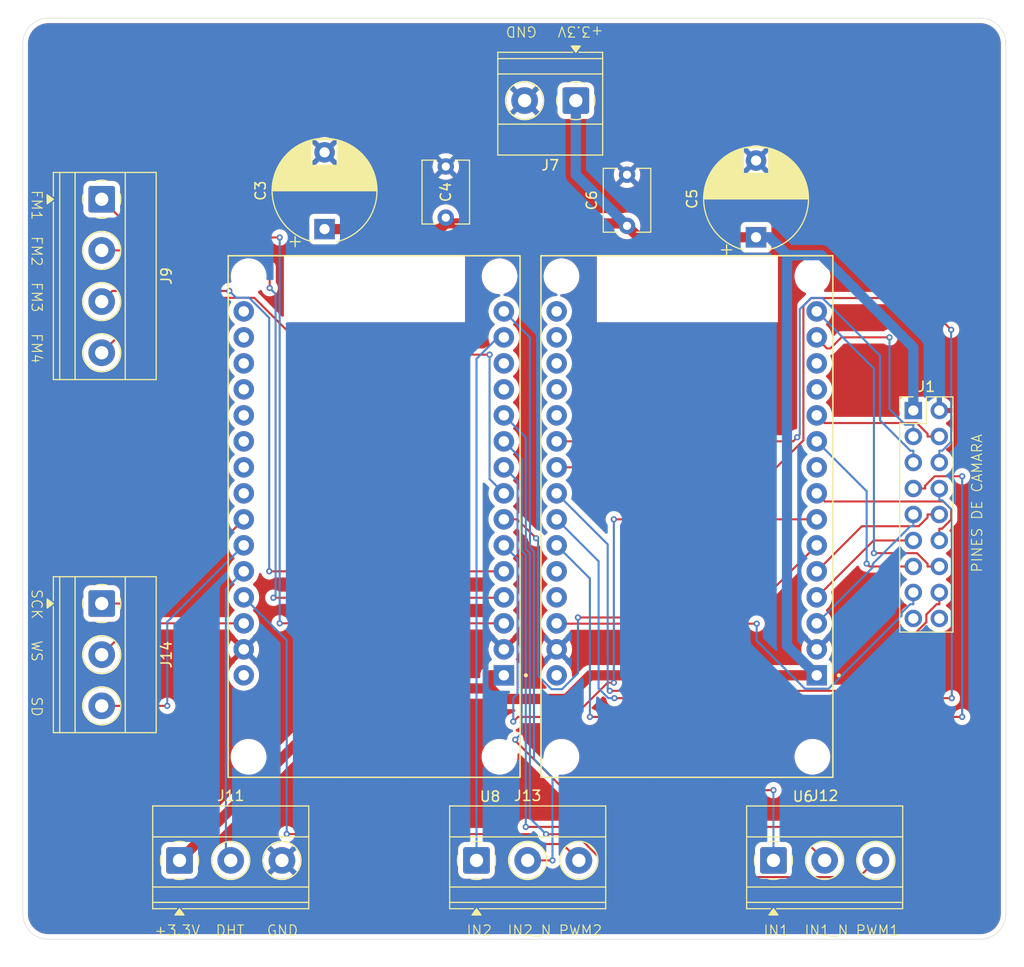
<source format=kicad_pcb>
(kicad_pcb (version 20241229) (generator "pcbnew") (generator_version "9.0")
  (layers (0 "F.Cu" signal) (2 "B.Cu" signal) (13 "F.Paste" user) (15 "B.Paste" user) (5 "F.SilkS" user "F.Silkscreen") (7 "B.SilkS" user "B.Silkscreen") (1 "F.Mask" user) (3 "B.Mask" user) (25 "Edge.Cuts" user))
  (net 0 "")
  (net 1 "GND")
  (net 2 "+3.3V")
  (net 3 "D1")
  (net 4 "PWDN")
  (net 5 "D2")
  (net 6 "D4")
  (net 7 "D5")
  (net 8 "D7")
  (net 9 "PCLK")
  (net 10 "SOIC")
  (net 11 "D6")
  (net 12 "HREF")
  (net 13 "SOID")
  (net 14 "XCLK")
  (net 15 "D3")
  (net 16 "D0")
  (net 17 "VSYNC")
  (net 18 "RESET")
  (net 19 "FM4")
  (net 20 "FM2")
  (net 21 "FM1")
  (net 22 "FM3")
  (net 23 "DHT")
  (net 24 "PWM1")
  (net 25 "IN1_N")
  (net 26 "IN1")
  (net 27 "IN2_N")
  (net 28 "PWM2")
  (net 29 "IN2")
  (net 30 "WS")
  (net 31 "SD")
  (net 32 "SCK")
  (net 43 "RX")
  (net 45 "TX")
  (footprint "SamacSys_Parts:MODULE_ESP32_DEVKIT_V1" (layer "F.Cu") (at 163.9173 99.5341 180)
    (property "Reference" "U6" (at -11.355 -27.36 0) (layer "F.SilkS"))
    (property "Value" "ESP32-DEVKIT-V1")
    (pad "" np_thru_hole circle (at -12.28 -23.475 180) (size 3 3) (drill 3) (layers "*.Cu" "*.Mask"))
    (pad "" np_thru_hole circle (at -12.28 23.475 180) (size 3 3) (drill 3) (layers "*.Cu" "*.Mask"))
    (pad "" np_thru_hole circle (at 12.23 -23.475 180) (size 3 3) (drill 3) (layers "*.Cu" "*.Mask"))
    (pad "" np_thru_hole circle (at 12.23 23.475 180) (size 3 3) (drill 3) (layers "*.Cu" "*.Mask"))
    (pad "1" thru_hole rect (at -12.7 -15.515 180) (size 2 2) (drill 1.02) (layers "*.Cu" "*.Mask") (net 2 "+3.3V"))
    (pad "2" thru_hole circle (at -12.7 -12.975 180) (size 2 2) (drill 1.02) (layers "*.Cu" "*.Mask") (net 1 "GND"))
    (pad "3" thru_hole circle (at -12.7 -10.435 180) (size 2 2) (drill 1.02) (layers "*.Cu" "*.Mask") (net 8 "D7"))
    (pad "4" thru_hole circle (at -12.7 -7.895 180) (size 2 2) (drill 1.02) (layers "*.Cu" "*.Mask") (net 7 "D5"))
    (pad "5" thru_hole circle (at -12.7 -5.355 180) (size 2 2) (drill 1.02) (layers "*.Cu" "*.Mask") (net 11 "D6"))
    (pad "6" thru_hole circle (at -12.7 -2.815 180) (size 2 2) (drill 1.02) (layers "*.Cu" "*.Mask") (net 43 "RX"))
    (pad "7" thru_hole circle (at -12.7 -0.275 180) (size 2 2) (drill 1.02) (layers "*.Cu" "*.Mask") (net 45 "TX"))
    (pad "8" thru_hole circle (at -12.7 2.265 180) (size 2 2) (drill 1.02) (layers "*.Cu" "*.Mask") (net 6 "D4"))
    (pad "9" thru_hole circle (at -12.7 4.805 180) (size 2 2) (drill 1.02) (layers "*.Cu" "*.Mask"))
    (pad "10" thru_hole circle (at -12.7 7.345 180) (size 2 2) (drill 1.02) (layers "*.Cu" "*.Mask") (net 15 "D3"))
    (pad "11" thru_hole circle (at -12.7 9.885 180) (size 2 2) (drill 1.02) (layers "*.Cu" "*.Mask") (net 13 "SOID"))
    (pad "12" thru_hole circle (at -12.7 12.425 180) (size 2 2) (drill 1.02) (layers "*.Cu" "*.Mask"))
    (pad "13" thru_hole circle (at -12.7 14.965 180) (size 2 2) (drill 1.02) (layers "*.Cu" "*.Mask"))
    (pad "14" thru_hole circle (at -12.7 17.505 180) (size 2 2) (drill 1.02) (layers "*.Cu" "*.Mask") (net 10 "SOIC"))
    (pad "15" thru_hole circle (at -12.7 20.045 180) (size 2 2) (drill 1.02) (layers "*.Cu" "*.Mask") (net 5 "D2"))
    (pad "16" thru_hole circle (at 12.7 20.045 180) (size 2 2) (drill 1.02) (layers "*.Cu" "*.Mask"))
    (pad "17" thru_hole circle (at 12.7 17.505 180) (size 2 2) (drill 1.02) (layers "*.Cu" "*.Mask"))
    (pad "18" thru_hole circle (at 12.7 14.965 180) (size 2 2) (drill 1.02) (layers "*.Cu" "*.Mask"))
    (pad "19" thru_hole circle (at 12.7 12.425 180) (size 2 2) (drill 1.02) (layers "*.Cu" "*.Mask"))
    (pad "20" thru_hole circle (at 12.7 9.885 180) (size 2 2) (drill 1.02) (layers "*.Cu" "*.Mask"))
    (pad "21" thru_hole circle (at 12.7 7.345 180) (size 2 2) (drill 1.02) (layers "*.Cu" "*.Mask") (net 17 "VSYNC"))
    (pad "22" thru_hole circle (at 12.7 4.805 180) (size 2 2) (drill 1.02) (layers "*.Cu" "*.Mask") (net 12 "HREF"))
    (pad "23" thru_hole circle (at 12.7 2.265 180) (size 2 2) (drill 1.02) (layers "*.Cu" "*.Mask") (net 16 "D0"))
    (pad "24" thru_hole circle (at 12.7 -0.275 180) (size 2 2) (drill 1.02) (layers "*.Cu" "*.Mask") (net 14 "XCLK"))
    (pad "25" thru_hole circle (at 12.7 -2.815 180) (size 2 2) (drill 1.02) (layers "*.Cu" "*.Mask") (net 9 "PCLK"))
    (pad "26" thru_hole circle (at 12.7 -5.355 180) (size 2 2) (drill 1.02) (layers "*.Cu" "*.Mask"))
    (pad "27" thru_hole circle (at 12.7 -7.895 180) (size 2 2) (drill 1.02) (layers "*.Cu" "*.Mask"))
    (pad "28" thru_hole circle (at 12.7 -10.435 180) (size 2 2) (drill 1.02) (layers "*.Cu" "*.Mask") (net 3 "D1"))
    (pad "29" thru_hole circle (at 12.7 -12.975 180) (size 2 2) (drill 1.02) (layers "*.Cu" "*.Mask") (net 1 "GND"))
    (pad "30" thru_hole circle (at 12.7 -15.515 180) (size 2 2) (drill 1.02) (layers "*.Cu" "*.Mask"))
    (zone (net 0) (net_name "") (layer "F.Cu") (connect_pads (clearance 0)) (min_thickness 0.01)
      (keepout (tracks not_allowed) (vias not_allowed) (pads not_allowed) (copperpour not_allowed) (footprints allowed))
      (fill (thermal_gap 0.508) (thermal_bridge_width 0.508))
      (polygon (pts (xy 172.8273 80.5491) (xy 155.1373 80.5491) (xy 155.1373 74.0591) (xy 172.8273 74.0591)))
    )
    (zone (net 0) (net_name "") (layer "B.Cu") (connect_pads (clearance 0)) (min_thickness 0.01)
      (keepout (tracks not_allowed) (vias not_allowed) (pads not_allowed) (copperpour not_allowed) (footprints allowed))
      (fill (thermal_gap 0.508) (thermal_bridge_width 0.508))
      (polygon (pts (xy 172.8273 80.5491) (xy 155.1373 80.5491) (xy 155.1373 74.0591) (xy 172.8273 74.0591)))
    )
  )
  (footprint "TerminalBlock_Phoenix:TerminalBlock_Phoenix_MKDS-1,5-4_1x04_P5.00mm_Horizontal" (layer "F.Cu") (at 106.7898 68.5341 -90)
    (property "Reference" "J9" (at 7.5 -6.32 90) (layer "F.SilkS"))
    (property "Value" "Screw_Terminal_01x04")
    (pad "1" thru_hole roundrect (at 0 0 270) (size 2.6 2.6) (drill 1.3) (layers "*.Cu" "*.Mask") (roundrect_rratio 0.096154) (net 21 "FM1"))
    (pad "2" thru_hole circle (at 5 0 270) (size 2.6 2.6) (drill 1.3) (layers "*.Cu" "*.Mask") (net 20 "FM2"))
    (pad "3" thru_hole circle (at 10 0 270) (size 2.6 2.6) (drill 1.3) (layers "*.Cu" "*.Mask") (net 22 "FM3"))
    (pad "4" thru_hole circle (at 15 0 270) (size 2.6 2.6) (drill 1.3) (layers "*.Cu" "*.Mask") (net 19 "FM4"))
  )
  (footprint "TerminalBlock_Phoenix:TerminalBlock_Phoenix_MKDS-1,5-3_1x03_P5.00mm_Horizontal" (layer "F.Cu") (at 143.3898 133.1341)
    (property "Reference" "J13" (at 5 -6.32 0) (layer "F.SilkS"))
    (property "Value" "Screw_Terminal_01x03")
    (pad "1" thru_hole roundrect (at 0 0) (size 2.6 2.6) (drill 1.3) (layers "*.Cu" "*.Mask") (roundrect_rratio 0.096154) (net 29 "IN2"))
    (pad "2" thru_hole circle (at 5 0) (size 2.6 2.6) (drill 1.3) (layers "*.Cu" "*.Mask") (net 27 "IN2_N"))
    (pad "3" thru_hole circle (at 10 0) (size 2.6 2.6) (drill 1.3) (layers "*.Cu" "*.Mask") (net 28 "PWM2"))
  )
  (footprint "Capacitor_THT:CP_Radial_D10.0mm_P7.50mm" (layer "F.Cu") (at 128.5523 71.4517 90)
    (property "Reference" "C3" (at 3.75 -6.25 90) (layer "F.SilkS"))
    (property "Value" "10u")
    (pad "1" thru_hole rect (at 0 0 90) (size 2 2) (drill 1) (layers "*.Cu" "*.Mask") (net 2 "+3.3V"))
    (pad "2" thru_hole circle (at 7.5 0 90) (size 2 2) (drill 1) (layers "*.Cu" "*.Mask") (net 1 "GND"))
  )
  (footprint "TerminalBlock_Phoenix:TerminalBlock_Phoenix_MKDS-1,5-2_1x02_P5.00mm_Horizontal" (layer "F.Cu") (at 153.0898 58.8938 180)
    (property "Reference" "J7" (at 2.5 -6.32 0) (layer "F.SilkS"))
    (property "Value" "Screw_Terminal_01x02")
    (pad "1" thru_hole roundrect (at 0 0 180) (size 2.6 2.6) (drill 1.3) (layers "*.Cu" "*.Mask") (roundrect_rratio 0.096154) (net 2 "+3.3V"))
    (pad "2" thru_hole circle (at 5 0 180) (size 2.6 2.6) (drill 1.3) (layers "*.Cu" "*.Mask") (net 1 "GND"))
  )
  (footprint "Capacitor_THT:C_Disc_D6.0mm_W4.4mm_P5.00mm" (layer "F.Cu") (at 140.3898 70.3341 90)
    (property "Reference" "C4" (at 2.5 0 90) (layer "F.SilkS"))
    (property "Value" "18n")
    (pad "1" thru_hole circle (at 0 0 90) (size 1.6 1.6) (drill 0.8) (layers "*.Cu" "*.Mask") (net 2 "+3.3V"))
    (pad "2" thru_hole circle (at 5 0 90) (size 1.6 1.6) (drill 0.8) (layers "*.Cu" "*.Mask") (net 1 "GND"))
  )
  (footprint "TerminalBlock_Phoenix:TerminalBlock_Phoenix_MKDS-1,5-3_1x03_P5.00mm_Horizontal" (layer "F.Cu") (at 106.7898 108.0341 -90)
    (property "Reference" "J14" (at 5 -6.32 90) (layer "F.SilkS"))
    (property "Value" "Screw_Terminal_01x03")
    (pad "1" thru_hole roundrect (at 0 0 270) (size 2.6 2.6) (drill 1.3) (layers "*.Cu" "*.Mask") (roundrect_rratio 0.096154) (net 32 "SCK"))
    (pad "2" thru_hole circle (at 5 0 270) (size 2.6 2.6) (drill 1.3) (layers "*.Cu" "*.Mask") (net 30 "WS"))
    (pad "3" thru_hole circle (at 10 0 270) (size 2.6 2.6) (drill 1.3) (layers "*.Cu" "*.Mask") (net 31 "SD"))
  )
  (footprint "Connector_PinHeader_2.54mm:PinHeader_2x09_P2.54mm_Vertical" (layer "F.Cu") (at 186.0498 89.1741)
    (property "Reference" "J1" (at 1.27 -2.33 0) (layer "F.SilkS"))
    (property "Value" "Conn_02x09_Odd_Even")
    (pad "1" thru_hole rect (at 0 0) (size 1.7 1.7) (drill 1) (layers "*.Cu" "*.Mask") (net 2 "+3.3V"))
    (pad "2" thru_hole oval (at 2.54 0) (size 1.7 1.7) (drill 1) (layers "*.Cu" "*.Mask") (net 1 "GND"))
    (pad "3" thru_hole oval (at 0 2.54) (size 1.7 1.7) (drill 1) (layers "*.Cu" "*.Mask") (net 10 "SOIC"))
    (pad "4" thru_hole oval (at 2.54 2.54) (size 1.7 1.7) (drill 1) (layers "*.Cu" "*.Mask") (net 13 "SOID"))
    (pad "5" thru_hole oval (at 0 5.08) (size 1.7 1.7) (drill 1) (layers "*.Cu" "*.Mask") (net 17 "VSYNC"))
    (pad "6" thru_hole oval (at 2.54 5.08) (size 1.7 1.7) (drill 1) (layers "*.Cu" "*.Mask") (net 12 "HREF"))
    (pad "7" thru_hole oval (at 0 7.62) (size 1.7 1.7) (drill 1) (layers "*.Cu" "*.Mask") (net 9 "PCLK"))
    (pad "8" thru_hole oval (at 2.54 7.62) (size 1.7 1.7) (drill 1) (layers "*.Cu" "*.Mask") (net 14 "XCLK"))
    (pad "9" thru_hole oval (at 0 10.16) (size 1.7 1.7) (drill 1) (layers "*.Cu" "*.Mask") (net 8 "D7"))
    (pad "10" thru_hole oval (at 2.54 10.16) (size 1.7 1.7) (drill 1) (layers "*.Cu" "*.Mask") (net 11 "D6"))
    (pad "11" thru_hole oval (at 0 12.7) (size 1.7 1.7) (drill 1) (layers "*.Cu" "*.Mask") (net 7 "D5"))
    (pad "12" thru_hole oval (at 2.54 12.7) (size 1.7 1.7) (drill 1) (layers "*.Cu" "*.Mask") (net 6 "D4"))
    (pad "13" thru_hole oval (at 0 15.24) (size 1.7 1.7) (drill 1) (layers "*.Cu" "*.Mask") (net 15 "D3"))
    (pad "14" thru_hole oval (at 2.54 15.24) (size 1.7 1.7) (drill 1) (layers "*.Cu" "*.Mask") (net 5 "D2"))
    (pad "15" thru_hole oval (at 0 17.78) (size 1.7 1.7) (drill 1) (layers "*.Cu" "*.Mask") (net 3 "D1"))
    (pad "16" thru_hole oval (at 2.54 17.78) (size 1.7 1.7) (drill 1) (layers "*.Cu" "*.Mask") (net 16 "D0"))
    (pad "17" thru_hole oval (at 0 20.32) (size 1.7 1.7) (drill 1) (layers "*.Cu" "*.Mask") (net 18 "RESET"))
    (pad "18" thru_hole oval (at 2.54 20.32) (size 1.7 1.7) (drill 1) (layers "*.Cu" "*.Mask") (net 4 "PWDN"))
  )
  (footprint "SamacSys_Parts:MODULE_ESP32_DEVKIT_V1" (layer "F.Cu") (at 133.3623 99.5341 180)
    (property "Reference" "U8" (at -11.355 -27.36 0) (layer "F.SilkS"))
    (property "Value" "ESP32-DEVKIT-V1")
    (pad "" np_thru_hole circle (at -12.28 -23.475 180) (size 3 3) (drill 3) (layers "*.Cu" "*.Mask"))
    (pad "" np_thru_hole circle (at -12.28 23.475 180) (size 3 3) (drill 3) (layers "*.Cu" "*.Mask"))
    (pad "" np_thru_hole circle (at 12.23 -23.475 180) (size 3 3) (drill 3) (layers "*.Cu" "*.Mask"))
    (pad "" np_thru_hole circle (at 12.23 23.475 180) (size 3 3) (drill 3) (layers "*.Cu" "*.Mask"))
    (pad "1" thru_hole rect (at -12.7 -15.515 180) (size 2 2) (drill 1.02) (layers "*.Cu" "*.Mask") (net 2 "+3.3V"))
    (pad "2" thru_hole circle (at -12.7 -12.975 180) (size 2 2) (drill 1.02) (layers "*.Cu" "*.Mask") (net 1 "GND"))
    (pad "3" thru_hole circle (at -12.7 -10.435 180) (size 2 2) (drill 1.02) (layers "*.Cu" "*.Mask") (net 21 "FM1"))
    (pad "4" thru_hole circle (at -12.7 -7.895 180) (size 2 2) (drill 1.02) (layers "*.Cu" "*.Mask") (net 20 "FM2"))
    (pad "5" thru_hole circle (at -12.7 -5.355 180) (size 2 2) (drill 1.02) (layers "*.Cu" "*.Mask") (net 22 "FM3"))
    (pad "6" thru_hole circle (at -12.7 -2.815 180) (size 2 2) (drill 1.02) (layers "*.Cu" "*.Mask") (net 45 "TX"))
    (pad "7" thru_hole circle (at -12.7 -0.275 180) (size 2 2) (drill 1.02) (layers "*.Cu" "*.Mask") (net 43 "RX"))
    (pad "8" thru_hole circle (at -12.7 2.265 180) (size 2 2) (drill 1.02) (layers "*.Cu" "*.Mask") (net 19 "FM4"))
    (pad "9" thru_hole circle (at -12.7 4.805 180) (size 2 2) (drill 1.02) (layers "*.Cu" "*.Mask") (net 26 "IN1"))
    (pad "10" thru_hole circle (at -12.7 7.345 180) (size 2 2) (drill 1.02) (layers "*.Cu" "*.Mask") (net 25 "IN1_N"))
    (pad "11" thru_hole circle (at -12.7 9.885 180) (size 2 2) (drill 1.02) (layers "*.Cu" "*.Mask") (net 24 "PWM1"))
    (pad "12" thru_hole circle (at -12.7 12.425 180) (size 2 2) (drill 1.02) (layers "*.Cu" "*.Mask"))
    (pad "13" thru_hole circle (at -12.7 14.965 180) (size 2 2) (drill 1.02) (layers "*.Cu" "*.Mask"))
    (pad "14" thru_hole circle (at -12.7 17.505 180) (size 2 2) (drill 1.02) (layers "*.Cu" "*.Mask") (net 29 "IN2"))
    (pad "15" thru_hole circle (at -12.7 20.045 180) (size 2 2) (drill 1.02) (layers "*.Cu" "*.Mask") (net 27 "IN2_N"))
    (pad "16" thru_hole circle (at 12.7 20.045 180) (size 2 2) (drill 1.02) (layers "*.Cu" "*.Mask"))
    (pad "17" thru_hole circle (at 12.7 17.505 180) (size 2 2) (drill 1.02) (layers "*.Cu" "*.Mask"))
    (pad "18" thru_hole circle (at 12.7 14.965 180) (size 2 2) (drill 1.02) (layers "*.Cu" "*.Mask"))
    (pad "19" thru_hole circle (at 12.7 12.425 180) (size 2 2) (drill 1.02) (layers "*.Cu" "*.Mask"))
    (pad "20" thru_hole circle (at 12.7 9.885 180) (size 2 2) (drill 1.02) (layers "*.Cu" "*.Mask"))
    (pad "21" thru_hole circle (at 12.7 7.345 180) (size 2 2) (drill 1.02) (layers "*.Cu" "*.Mask"))
    (pad "22" thru_hole circle (at 12.7 4.805 180) (size 2 2) (drill 1.02) (layers "*.Cu" "*.Mask"))
    (pad "23" thru_hole circle (at 12.7 2.265 180) (size 2 2) (drill 1.02) (layers "*.Cu" "*.Mask"))
    (pad "24" thru_hole circle (at 12.7 -0.275 180) (size 2 2) (drill 1.02) (layers "*.Cu" "*.Mask") (net 32 "SCK"))
    (pad "25" thru_hole circle (at 12.7 -2.815 180) (size 2 2) (drill 1.02) (layers "*.Cu" "*.Mask") (net 31 "SD"))
    (pad "26" thru_hole circle (at 12.7 -5.355 180) (size 2 2) (drill 1.02) (layers "*.Cu" "*.Mask") (net 23 "DHT"))
    (pad "27" thru_hole circle (at 12.7 -7.895 180) (size 2 2) (drill 1.02) (layers "*.Cu" "*.Mask") (net 28 "PWM2"))
    (pad "28" thru_hole circle (at 12.7 -10.435 180) (size 2 2) (drill 1.02) (layers "*.Cu" "*.Mask") (net 30 "WS"))
    (pad "29" thru_hole circle (at 12.7 -12.975 180) (size 2 2) (drill 1.02) (layers "*.Cu" "*.Mask") (net 1 "GND"))
    (pad "30" thru_hole circle (at 12.7 -15.515 180) (size 2 2) (drill 1.02) (layers "*.Cu" "*.Mask"))
    (zone (net 0) (net_name "") (layer "F.Cu") (connect_pads (clearance 0)) (min_thickness 0.01)
      (keepout (tracks not_allowed) (vias not_allowed) (pads not_allowed) (copperpour not_allowed) (footprints allowed))
      (fill (thermal_gap 0.508) (thermal_bridge_width 0.508))
      (polygon (pts (xy 142.2723 80.5491) (xy 124.5823 80.5491) (xy 124.5823 74.0591) (xy 142.2723 74.0591)))
    )
    (zone (net 0) (net_name "") (layer "B.Cu") (connect_pads (clearance 0)) (min_thickness 0.01)
      (keepout (tracks not_allowed) (vias not_allowed) (pads not_allowed) (copperpour not_allowed) (footprints allowed))
      (fill (thermal_gap 0.508) (thermal_bridge_width 0.508))
      (polygon (pts (xy 142.2723 80.5491) (xy 124.5823 80.5491) (xy 124.5823 74.0591) (xy 142.2723 74.0591)))
    )
  )
  (footprint "Capacitor_THT:C_Disc_D6.0mm_W4.4mm_P5.00mm" (layer "F.Cu") (at 158.0898 71.1341 90)
    (property "Reference" "C6" (at 2.5 -3.45 90) (layer "F.SilkS"))
    (property "Value" "18n")
    (pad "1" thru_hole circle (at 0 0 90) (size 1.6 1.6) (drill 0.8) (layers "*.Cu" "*.Mask") (net 2 "+3.3V"))
    (pad "2" thru_hole circle (at 5 0 90) (size 1.6 1.6) (drill 0.8) (layers "*.Cu" "*.Mask") (net 1 "GND"))
  )
  (footprint "TerminalBlock_Phoenix:TerminalBlock_Phoenix_MKDS-1,5-3_1x03_P5.00mm_Horizontal" (layer "F.Cu") (at 114.3898 133.1341)
    (property "Reference" "J11" (at 5 -6.32 0) (layer "F.SilkS"))
    (property "Value" "Screw_Terminal_01x03")
    (pad "1" thru_hole roundrect (at 0 0) (size 2.6 2.6) (drill 1.3) (layers "*.Cu" "*.Mask") (roundrect_rratio 0.096154) (net 2 "+3.3V"))
    (pad "2" thru_hole circle (at 5 0) (size 2.6 2.6) (drill 1.3) (layers "*.Cu" "*.Mask") (net 23 "DHT"))
    (pad "3" thru_hole circle (at 10 0) (size 2.6 2.6) (drill 1.3) (layers "*.Cu" "*.Mask") (net 1 "GND"))
  )
  (footprint "Capacitor_THT:CP_Radial_D10.0mm_P7.50mm" (layer "F.Cu") (at 170.6898 72.2517 90)
    (property "Reference" "C5" (at 3.75 -6.25 90) (layer "F.SilkS"))
    (property "Value" "10u")
    (pad "1" thru_hole rect (at 0 0 90) (size 2 2) (drill 1) (layers "*.Cu" "*.Mask") (net 2 "+3.3V"))
    (pad "2" thru_hole circle (at 7.5 0 90) (size 2 2) (drill 1) (layers "*.Cu" "*.Mask") (net 1 "GND"))
  )
  (footprint "TerminalBlock_Phoenix:TerminalBlock_Phoenix_MKDS-1,5-3_1x03_P5.00mm_Horizontal" (layer "F.Cu") (at 172.3898 133.1341)
    (property "Reference" "J12" (at 5 -6.32 0) (layer "F.SilkS"))
    (property "Value" "Screw_Terminal_01x03")
    (pad "1" thru_hole roundrect (at 0 0) (size 2.6 2.6) (drill 1.3) (layers "*.Cu" "*.Mask") (roundrect_rratio 0.096154) (net 26 "IN1"))
    (pad "2" thru_hole circle (at 5 0) (size 2.6 2.6) (drill 1.3) (layers "*.Cu" "*.Mask") (net 25 "IN1_N"))
    (pad "3" thru_hole circle (at 10 0) (size 2.6 2.6) (drill 1.3) (layers "*.Cu" "*.Mask") (net 24 "PWM1"))
  )
  (gr_arc (start 195.089833 138.334067) (mid 194.3576 140.101834) (end 192.589833 140.834067) (stroke (width 0.05)) (layer "Edge.Cuts"))
  (gr_line (start 101.589833 140.834067) (end 192.589833 140.834067) (stroke (width 0.05)) (layer "Edge.Cuts"))
  (gr_line (start 99.089833 53.334067) (end 99.089833 138.334067) (stroke (width 0.05)) (layer "Edge.Cuts"))
  (gr_arc (start 101.589833 140.834067) (mid 99.822066 140.101834) (end 99.089833 138.334067) (stroke (width 0.05)) (layer "Edge.Cuts"))
  (gr_line (start 192.589833 50.834067) (end 101.589833 50.834067) (stroke (width 0.05)) (layer "Edge.Cuts"))
  (gr_line (start 195.089833 138.334067) (end 195.089833 53.334067) (stroke (width 0.05)) (layer "Edge.Cuts"))
  (gr_arc (start 99.089833 53.334067) (mid 99.822066 51.5663) (end 101.589833 50.834067) (stroke (width 0.05)) (layer "Edge.Cuts"))
  (gr_arc (start 192.589833 50.834067) (mid 194.3576 51.5663) (end 195.089833 53.334067) (stroke (width 0.05)) (layer "Edge.Cuts"))
  (gr_text "FM3" (at 99.8576 76.5663 270) (layer "F.SilkS") (effects (font (size 1 1) (thickness 0.1)) (justify left bottom)))
  (gr_text "IN1_N" (at 175.3576 140.5663 0) (layer "F.SilkS") (effects (font (size 1 1) (thickness 0.1)) (justify left bottom)))
  (gr_text "SD" (at 99.8576 117.0663 270) (layer "F.SilkS") (effects (font (size 1 1) (thickness 0.1)) (justify left bottom)))
  (gr_text "FM2" (at 99.8576 72.0663 270) (layer "F.SilkS") (effects (font (size 1 1) (thickness 0.1)) (justify left bottom)))
  (gr_text "IN2_N" (at 146.3576 140.5663 0) (layer "F.SilkS") (effects (font (size 1 1) (thickness 0.1)) (justify left bottom)))
  (gr_text "GND" (at 149.3576 51.5663 180) (layer "F.SilkS") (effects (font (size 1 1) (thickness 0.1)) (justify left bottom)))
  (gr_text "SCK" (at 99.8576 106.5663 270) (layer "F.SilkS") (effects (font (size 1 1) (thickness 0.1)) (justify left bottom)))
  (gr_text "IN2" (at 142.3576 140.5663 0) (layer "F.SilkS") (effects (font (size 1 1) (thickness 0.1)) (justify left bottom)))
  (gr_text "+3.3V" (at 155.8576 51.5663 180) (layer "F.SilkS") (effects (font (size 1 1) (thickness 0.1)) (justify left bottom)))
  (gr_text "FM1" (at 99.8576 67.5663 270) (layer "F.SilkS") (effects (font (size 1 1) (thickness 0.1)) (justify left bottom)))
  (gr_text "DHT" (at 117.8576 140.5663 0) (layer "F.SilkS") (effects (font (size 1 1) (thickness 0.1)) (justify left bottom)))
  (gr_text "+3.3V" (at 111.8576 140.5663 0) (layer "F.SilkS") (effects (font (size 1 1) (thickness 0.1)) (justify left bottom)))
  (gr_text "FM4" (at 99.8576 81.5663 270) (layer "F.SilkS") (effects (font (size 1 1) (thickness 0.1)) (justify left bottom)))
  (gr_text "PWM1" (at 180.3576 140.5663 0) (layer "F.SilkS") (effects (font (size 1 1) (thickness 0.1)) (justify left bottom)))
  (gr_text "PWM2" (at 151.3576 140.5663 0) (layer "F.SilkS") (effects (font (size 1 1) (thickness 0.1)) (justify left bottom)))
  (gr_text "WS" (at 99.8576 111.5663 270) (layer "F.SilkS") (effects (font (size 1 1) (thickness 0.1)) (justify left bottom)))
  (gr_text "GND" (at 122.8576 140.5663 0) (layer "F.SilkS") (effects (font (size 1 1) (thickness 0.1)) (justify left bottom)))
  (gr_text "PINES DE CAMARA" (at 192.8576 105.0663 90) (layer "F.SilkS") (effects (font (size 1 1) (thickness 0.1)) (justify left bottom)))
  (gr_text "IN1" (at 171.3576 140.5663 0) (layer "F.SilkS") (effects (font (size 1 1) (thickness 0.1)) (justify left bottom)))
  (segment (start 176.6173 115.0491) (end 154.490485 115.0491) (width 1) (layer "F.Cu") (net 2))
  (segment (start 159.2074 72.2517) (end 158.0898 71.1341) (width 1) (layer "F.Cu") (net 2))
  (segment (start 170.6898 72.2517) (end 159.2074 72.2517) (width 1) (layer "F.Cu") (net 2))
  (segment (start 146.0623 115.0491) (end 144.7606 115.0491) (width 1) (layer "F.Cu") (net 2))
  (segment (start 140.3898 70.8929) (end 139.831 71.4517) (width 1) (layer "F.Cu") (net 2))
  (segment (start 152.179054 117.360531) (end 145.790131 117.360531) (width 1) (layer "F.Cu") (net 2))
  (segment (start 140.3898 70.8929) (end 157.8486 70.8929) (width 1) (layer "F.Cu") (net 2))
  (segment (start 144.7606 116.331) (end 131.1929 116.331) (width 1) (layer "F.Cu") (net 2))
  (segment (start 131.1929 116.331) (end 114.3898 133.1341) (width 1) (layer "F.Cu") (net 2))
  (segment (start 145.790131 117.360531) (end 144.7606 116.331) (width 1) (layer "F.Cu") (net 2))
  (segment (start 157.8486 70.8929) (end 158.0898 71.1341) (width 1) (layer "F.Cu") (net 2))
  (segment (start 140.3898 70.8929) (end 140.3898 70.3341) (width 1) (layer "F.Cu") (net 2))
  (segment (start 139.831 71.4517) (end 128.5523 71.4517) (width 1) (layer "F.Cu") (net 2))
  (segment (start 154.490485 115.0491) (end 152.179054 117.360531) (width 1) (layer "F.Cu") (net 2))
  (segment (start 144.7606 115.0491) (end 144.7606 116.331) (width 1) (layer "F.Cu") (net 2))
  (segment (start 153.0898 66.1341) (end 158.0898 71.1341) (width 1) (layer "B.Cu") (net 2))
  (segment (start 173.9232 74.1834) (end 173.7124 74.3942) (width 1) (layer "B.Cu") (net 2))
  (segment (start 171.9915 72.2517) (end 173.9232 74.1834) (width 1) (layer "B.Cu") (net 2))
  (segment (start 173.7124 74.3942) (end 173.7124 112.1442) (width 1) (layer "B.Cu") (net 2))
  (segment (start 174.1036 74.003) (end 177.0467 74.003) (width 1) (layer "B.Cu") (net 2))
  (segment (start 153.0898 66.1341) (end 153.0898 58.8938) (width 1) (layer "B.Cu") (net 2))
  (segment (start 186.0498 83.0061) (end 186.0498 89.1741) (width 1) (layer "B.Cu") (net 2))
  (segment (start 177.0467 74.003) (end 186.0498 83.0061) (width 1) (layer "B.Cu") (net 2))
  (segment (start 173.7124 112.1442) (end 176.6173 115.0491) (width 1) (layer "B.Cu") (net 2))
  (segment (start 173.9232 74.1834) (end 174.1036 74.003) (width 1) (layer "B.Cu") (net 2))
  (segment (start 170.6898 72.2517) (end 171.9915 72.2517) (width 1) (layer "B.Cu") (net 2))
  (segment (start 151.2173 109.9691) (end 151.2482 110) (width 0.2) (layer "F.Cu") (net 3))
  (segment (start 151.2482 110) (end 170.7518 110) (width 0.2) (layer "F.Cu") (net 3))
  (via (at 170.7518 110) (size 0.6) (drill 0.3) (layers "F.Cu" "B.Cu") (net 3))
  (segment (start 186.0498 108.1058) (end 185.7415 108.1058) (width 0.2) (layer "B.Cu") (net 3))
  (segment (start 175.4506 116.3508) (end 170.7518 111.652) (width 0.2) (layer "B.Cu") (net 3))
  (segment (start 186.0498 106.9541) (end 186.0498 108.1058) (width 0.2) (layer "B.Cu") (net 3))
  (segment (start 184.8981 108.9492) (end 184.8981 109.2305) (width 0.2) (layer "B.Cu") (net 3))
  (segment (start 184.8981 109.2305) (end 177.7778 116.3508) (width 0.2) (layer "B.Cu") (net 3))
  (segment (start 185.7415 108.1058) (end 184.8981 108.9492) (width 0.2) (layer "B.Cu") (net 3))
  (segment (start 177.7778 116.3508) (end 175.4506 116.3508) (width 0.2) (layer "B.Cu") (net 3))
  (segment (start 170.7518 111.652) (end 170.7518 110) (width 0.2) (layer "B.Cu") (net 3))
  (segment (start 187.4381 104.4141) (end 187.4381 104.1456) (width 0.2) (layer "F.Cu") (net 5))
  (segment (start 186.4078 103.1153) (end 182.2013 103.1153) (width 0.2) (layer "F.Cu") (net 5))
  (segment (start 188.5898 104.4141) (end 187.4381 104.4141) (width 0.2) (layer "F.Cu") (net 5))
  (segment (start 187.4381 104.1456) (end 186.4078 103.1153) (width 0.2) (layer "F.Cu") (net 5))
  (via (at 182.2013 103.1153) (size 0.6) (drill 0.3) (layers "F.Cu" "B.Cu") (net 5))
  (segment (start 182.2013 85.0731) (end 182.2013 103.1153) (width 0.2) (layer "B.Cu") (net 5))
  (segment (start 176.6173 79.4891) (end 182.2013 85.0731) (width 0.2) (layer "B.Cu") (net 5))
  (segment (start 188.8583 100.7224) (end 188.5898 100.7224) (width 0.2) (layer "F.Cu") (net 6))
  (segment (start 188.9824 98.0641) (end 189.742 98.8237) (width 0.2) (layer "F.Cu") (net 6))
  (segment (start 189.742 98.8237) (end 189.742 99.8387) (width 0.2) (layer "F.Cu") (net 6))
  (segment (start 188.5898 101.8741) (end 188.5898 100.7224) (width 0.2) (layer "F.Cu") (net 6))
  (segment (start 176.6173 97.2691) (end 177.4123 98.0641) (width 0.2) (layer "F.Cu") (net 6))
  (segment (start 177.4123 98.0641) (end 188.9824 98.0641) (width 0.2) (layer "F.Cu") (net 6))
  (segment (start 189.742 99.8387) (end 188.8583 100.7224) (width 0.2) (layer "F.Cu") (net 6))
  (segment (start 182.1723 101.8741) (end 176.6173 107.4291) (width 0.2) (layer "F.Cu") (net 7))
  (segment (start 186.0498 101.8741) (end 182.1723 101.8741) (width 0.2) (layer "F.Cu") (net 7))
  (segment (start 182.0936 104.154) (end 185.7618 100.4858) (width 0.2) (layer "B.Cu") (net 8))
  (segment (start 185.7618 100.4858) (end 186.0498 100.4858) (width 0.2) (layer "B.Cu") (net 8))
  (segment (start 182.0936 104.4928) (end 182.0936 104.154) (width 0.2) (layer "B.Cu") (net 8))
  (segment (start 186.0498 99.3341) (end 186.0498 100.4858) (width 0.2) (layer "B.Cu") (net 8))
  (segment (start 176.6173 109.9691) (end 182.0936 104.4928) (width 0.2) (layer "B.Cu") (net 8))
  (segment (start 188.1256 95.6015) (end 190.8186 95.6015) (width 0.2) (layer "F.Cu") (net 9))
  (segment (start 190.8186 119.1115) (end 154.4646 119.1115) (width 0.2) (layer "F.Cu") (net 9))
  (segment (start 186.0498 96.7941) (end 187.2015 96.7941) (width 0.2) (layer "F.Cu") (net 9))
  (segment (start 187.2015 96.7941) (end 187.2015 96.5256) (width 0.2) (layer "F.Cu") (net 9))
  (segment (start 187.2015 96.5256) (end 188.1256 95.6015) (width 0.2) (layer "F.Cu") (net 9))
  (via (at 190.8186 95.6015) (size 0.6) (drill 0.3) (layers "F.Cu" "B.Cu") (net 9))
  (via (at 190.8186 119.1115) (size 0.6) (drill 0.3) (layers "F.Cu" "B.Cu") (net 9))
  (via (at 154.4646 119.1115) (size 0.6) (drill 0.3) (layers "F.Cu" "B.Cu") (net 9))
  (segment (start 151.2173 102.3491) (end 154.4646 105.5964) (width 0.2) (layer "B.Cu") (net 9))
  (segment (start 190.8186 119.1115) (end 190.8186 95.6015) (width 0.2) (layer "B.Cu") (net 9))
  (segment (start 154.4646 105.5964) (end 154.4646 119.1115) (width 0.2) (layer "B.Cu") (net 9))
  (segment (start 176.6173 82.0291) (end 176.6173 82.1175) (width 0.2) (layer "F.Cu") (net 10))
  (segment (start 177.9439 83.1115) (end 179.0262 82.0292) (width 0.2) (layer "F.Cu") (net 10))
  (segment (start 179.0262 82.0292) (end 179.0262 82.0291) (width 0.2) (layer "F.Cu") (net 10))
  (segment (start 179.0262 82.0291) (end 183.7217 82.0291) (width 0.2) (layer "F.Cu") (net 10))
  (segment (start 177.6113 83.1115) (end 177.9439 83.1115) (width 0.2) (layer "F.Cu") (net 10))
  (segment (start 176.6173 82.1175) (end 177.6113 83.1115) (width 0.2) (layer "F.Cu") (net 10))
  (via (at 183.7217 82.0291) (size 0.6) (drill 0.3) (layers "F.Cu" "B.Cu") (net 10))
  (segment (start 186.0498 91.7141) (end 186.0498 90.5624) (width 0.2) (layer "B.Cu") (net 10))
  (segment (start 186.0498 90.5624) (end 185.258 90.5624) (width 0.2) (layer "B.Cu") (net 10))
  (segment (start 185.258 90.5624) (end 183.7217 89.0261) (width 0.2) (layer "B.Cu") (net 10))
  (segment (start 183.7217 89.0261) (end 183.7217 82.0291) (width 0.2) (layer "B.Cu") (net 10))
  (segment (start 188.5898 99.3341) (end 187.4381 99.3341) (width 0.2) (layer "F.Cu") (net 11))
  (segment (start 186.5744 100.4858) (end 181.0206 100.4858) (width 0.2) (layer "F.Cu") (net 11))
  (segment (start 187.4381 99.3341) (end 187.4381 99.6221) (width 0.2) (layer "F.Cu") (net 11))
  (segment (start 181.0206 100.4858) (end 176.6173 104.8891) (width 0.2) (layer "F.Cu") (net 11))
  (segment (start 187.4381 99.6221) (end 186.5744 100.4858) (width 0.2) (layer "F.Cu") (net 11))
  (segment (start 175.3156 92.0911) (end 175.3156 78.9499) (width 0.2) (layer "F.Cu") (net 12))
  (segment (start 151.2173 94.7291) (end 172.6776 94.7291) (width 0.2) (layer "F.Cu") (net 12))
  (segment (start 176.0781 78.1874) (end 186.6452 78.1874) (width 0.2) (layer "F.Cu") (net 12))
  (segment (start 186.6452 78.1874) (end 189.7432 81.2854) (width 0.2) (layer "F.Cu") (net 12))
  (segment (start 172.6776 94.7291) (end 175.3156 92.0911) (width 0.2) (layer "F.Cu") (net 12))
  (segment (start 175.3156 78.9499) (end 176.0781 78.1874) (width 0.2) (layer "F.Cu") (net 12))
  (via (at 189.7432 81.2854) (size 0.6) (drill 0.3) (layers "F.Cu" "B.Cu") (net 12))
  (segment (start 189.7432 92.2369) (end 189.7432 81.2854) (width 0.2) (layer "B.Cu") (net 12))
  (segment (start 188.8777 93.1024) (end 189.7432 92.2369) (width 0.2) (layer "B.Cu") (net 12))
  (segment (start 188.5898 93.1024) (end 188.8777 93.1024) (width 0.2) (layer "B.Cu") (net 12))
  (segment (start 188.5898 94.2541) (end 188.5898 93.1024) (width 0.2) (layer "B.Cu") (net 12))
  (segment (start 187.4381 91.7141) (end 187.4381 91.4456) (width 0.2) (layer "F.Cu") (net 13))
  (segment (start 188.5898 91.7141) (end 187.4381 91.7141) (width 0.2) (layer "F.Cu") (net 13))
  (segment (start 186.3912 90.3987) (end 177.3669 90.3987) (width 0.2) (layer "F.Cu") (net 13))
  (segment (start 187.4381 91.4456) (end 186.3912 90.3987) (width 0.2) (layer "F.Cu") (net 13))
  (segment (start 177.3669 90.3987) (end 176.6173 89.6491) (width 0.2) (layer "F.Cu") (net 13))
  (segment (start 189.8058 117.2836) (end 156.8573 117.2836) (width 0.2) (layer "F.Cu") (net 14))
  (via (at 156.8573 117.2836) (size 0.6) (drill 0.3) (layers "F.Cu" "B.Cu") (net 14))
  (via (at 189.8058 117.2836) (size 0.6) (drill 0.3) (layers "F.Cu" "B.Cu") (net 14))
  (segment (start 156.2636 117.2836) (end 156.8573 117.2836) (width 0.2) (layer "B.Cu") (net 14))
  (segment (start 155.3145 103.9063) (end 155.3145 116.3345) (width 0.2) (layer "B.Cu") (net 14))
  (segment (start 188.5898 97.9458) (end 188.8777 97.9458) (width 0.2) (layer "B.Cu") (net 14))
  (segment (start 155.3145 116.3345) (end 156.2636 117.2836) (width 0.2) (layer "B.Cu") (net 14))
  (segment (start 188.5898 96.7941) (end 188.5898 97.9458) (width 0.2) (layer "B.Cu") (net 14))
  (segment (start 189.8058 98.8739) (end 189.8058 117.2836) (width 0.2) (layer "B.Cu") (net 14))
  (segment (start 188.8777 97.9458) (end 189.8058 98.8739) (width 0.2) (layer "B.Cu") (net 14))
  (segment (start 151.2173 99.8091) (end 155.3145 103.9063) (width 0.2) (layer "B.Cu") (net 14))
  (segment (start 181.7713 104.4141) (end 186.0498 104.4141) (width 0.2) (layer "F.Cu") (net 15))
  (segment (start 181.4919 104.1347) (end 181.7713 104.4141) (width 0.2) (layer "F.Cu") (net 15))
  (via (at 181.4919 104.1347) (size 0.6) (drill 0.3) (layers "F.Cu" "B.Cu") (net 15))
  (segment (start 181.4919 97.0637) (end 181.4919 104.1347) (width 0.2) (layer "B.Cu") (net 15))
  (segment (start 176.6173 92.1891) (end 181.4919 97.0637) (width 0.2) (layer "B.Cu") (net 15))
  (segment (start 188.5898 106.9541) (end 188.5898 108.1058) (width 0.2) (layer "F.Cu") (net 16))
  (segment (start 188.3213 108.1058) (end 187.3198 109.1073) (width 0.2) (layer "F.Cu") (net 16))
  (segment (start 187.3198 109.1073) (end 187.3198 109.853) (width 0.2) (layer "F.Cu") (net 16))
  (segment (start 188.5898 108.1058) (end 188.3213 108.1058) (width 0.2) (layer "F.Cu") (net 16))
  (segment (start 180.6081 116.5647) (end 156.4114 116.5647) (width 0.2) (layer "F.Cu") (net 16))
  (segment (start 187.3198 109.853) (end 180.6081 116.5647) (width 0.2) (layer "F.Cu") (net 16))
  (via (at 156.4114 116.5647) (size 0.6) (drill 0.3) (layers "F.Cu" "B.Cu") (net 16))
  (segment (start 156.2019 116.3552) (end 156.2019 102.2537) (width 0.2) (layer "B.Cu") (net 16))
  (segment (start 156.2019 102.2537) (end 151.2173 97.2691) (width 0.2) (layer "B.Cu") (net 16))
  (segment (start 156.4114 116.5647) (end 156.2019 116.3552) (width 0.2) (layer "B.Cu") (net 16))
  (segment (start 151.2173 92.1891) (end 174.3159 92.1891) (width 0.2) (layer "F.Cu") (net 17))
  (segment (start 174.3159 92.1891) (end 174.709416 91.795584) (width 0.2) (layer "F.Cu") (net 17))
  (via (at 174.709416 91.795584) (size 0.6) (drill 0.3) (layers "F.Cu" "B.Cu") (net 17))
  (segment (start 177.1619 78.1715) (end 182.8031 83.8127) (width 0.2) (layer "B.Cu") (net 17))
  (segment (start 186.0498 93.1024) (end 186.0498 94.2541) (width 0.2) (layer "B.Cu") (net 17))
  (segment (start 185.7619 93.1024) (end 186.0498 93.1024) (width 0.2) (layer "B.Cu") (net 17))
  (segment (start 174.955461 79.287839) (end 176.0718 78.1715) (width 0.2) (layer "B.Cu") (net 17))
  (segment (start 174.955461 91.549539) (end 174.955461 79.287839) (width 0.2) (layer "B.Cu") (net 17))
  (segment (start 182.8031 90.1436) (end 185.7619 93.1024) (width 0.2) (layer "B.Cu") (net 17))
  (segment (start 176.0718 78.1715) (end 177.1619 78.1715) (width 0.2) (layer "B.Cu") (net 17))
  (segment (start 174.709416 91.795584) (end 174.955461 91.549539) (width 0.2) (layer "B.Cu") (net 17))
  (segment (start 182.8031 83.8127) (end 182.8031 90.1436) (width 0.2) (layer "B.Cu") (net 17))
  (segment (start 127.2455 83.7155) (end 144.6688 83.7155) (width 0.2) (layer "F.Cu") (net 19))
  (segment (start 112.1602 78.1637) (end 121.6937 78.1637) (width 0.2) (layer "F.Cu") (net 19))
  (segment (start 106.7898 83.5341) (end 112.1602 78.1637) (width 0.2) (layer "F.Cu") (net 19))
  (segment (start 121.6937 78.1637) (end 127.2455 83.7155) (width 0.2) (layer "F.Cu") (net 19))
  (via (at 144.6688 83.7155) (size 0.6) (drill 0.3) (layers "F.Cu" "B.Cu") (net 19))
  (segment (start 144.6688 95.8756) (end 144.6688 83.7155) (width 0.2) (layer "B.Cu") (net 19))
  (segment (start 146.0623 97.2691) (end 144.6688 95.8756) (width 0.2) (layer "B.Cu") (net 19))
  (segment (start 123.1933 75.173) (end 123.1933 77.2128) (width 0.2) (layer "F.Cu") (net 20))
  (segment (start 146.0187 107.4727) (end 146.0623 107.4291) (width 0.2) (layer "F.Cu") (net 20))
  (segment (start 123.556 107.4727) (end 146.0187 107.4727) (width 0.2) (layer "F.Cu") (net 20))
  (segment (start 106.7898 73.5341) (end 121.5544 73.5341) (width 0.2) (layer "F.Cu") (net 20))
  (segment (start 121.5544 73.5341) (end 123.1933 75.173) (width 0.2) (layer "F.Cu") (net 20))
  (via (at 123.1933 77.2128) (size 0.6) (drill 0.3) (layers "F.Cu" "B.Cu") (net 20))
  (via (at 123.556 107.4727) (size 0.6) (drill 0.3) (layers "F.Cu" "B.Cu") (net 20))
  (segment (start 123.769 77.7885) (end 123.769 107.2597) (width 0.2) (layer "B.Cu") (net 20))
  (segment (start 123.1933 77.2128) (end 123.769 77.7885) (width 0.2) (layer "B.Cu") (net 20))
  (segment (start 123.769 107.2597) (end 123.556 107.4727) (width 0.2) (layer "B.Cu") (net 20))
  (segment (start 146.0623 109.9691) (end 124.1707 109.9691) (width 0.2) (layer "F.Cu") (net 21))
  (segment (start 106.7898 68.5341) (end 110.5235 72.2678) (width 0.2) (layer "F.Cu") (net 21))
  (segment (start 110.5235 72.2678) (end 124.1707 72.2678) (width 0.2) (layer "F.Cu") (net 21))
  (via (at 124.1707 109.9691) (size 0.6) (drill 0.3) (layers "F.Cu" "B.Cu") (net 21))
  (via (at 124.1707 72.2678) (size 0.6) (drill 0.3) (layers "F.Cu" "B.Cu") (net 21))
  (segment (start 124.1707 109.9691) (end 124.1707 72.2678) (width 0.2) (layer "B.Cu") (net 21))
  (segment (start 107.8316 77.4923) (end 119.2522 77.4923) (width 0.2) (layer "F.Cu") (net 22))
  (segment (start 146.0623 104.8891) (end 123.1478 104.8891) (width 0.2) (layer "F.Cu") (net 22))
  (segment (start 106.7898 78.5341) (end 107.8316 77.4923) (width 0.2) (layer "F.Cu") (net 22))
  (via (at 123.1478 104.8891) (size 0.6) (drill 0.3) (layers "F.Cu" "B.Cu") (net 22))
  (via (at 119.2522 77.4923) (size 0.6) (drill 0.3) (layers "F.Cu" "B.Cu") (net 22))
  (segment (start 123.1478 104.8891) (end 123.1478 80.1231) (width 0.2) (layer "B.Cu") (net 22))
  (segment (start 121.1738 78.1491) (end 119.909 78.1491) (width 0.2) (layer "B.Cu") (net 22))
  (segment (start 119.909 78.1491) (end 119.2522 77.4923) (width 0.2) (layer "B.Cu") (net 22))
  (segment (start 123.1478 80.1231) (end 121.1738 78.1491) (width 0.2) (layer "B.Cu") (net 22))
  (segment (start 118.9186 132.6629) (end 118.9186 106.6328) (width 0.2) (layer "B.Cu") (net 23))
  (segment (start 119.3898 133.1341) (end 118.9186 132.6629) (width 0.2) (layer "B.Cu") (net 23))
  (segment (start 118.9186 106.6328) (end 120.6623 104.8891) (width 0.2) (layer "B.Cu") (net 23))
  (segment (start 153.096 130.5751) (end 150.181 130.5751) (width 0.2) (layer "F.Cu") (net 24))
  (segment (start 182.3898 133.1341) (end 180.7622 134.7617) (width 0.2) (layer "F.Cu") (net 24))
  (segment (start 157.2826 134.7617) (end 153.096 130.5751) (width 0.2) (layer "F.Cu") (net 24))
  (segment (start 180.7622 134.7617) (end 157.2826 134.7617) (width 0.2) (layer "F.Cu") (net 24))
  (via (at 150.181 130.5751) (size 0.6) (drill 0.3) (layers "F.Cu" "B.Cu") (net 24))
  (segment (start 150.181 130.5751) (end 148.6038 128.9979) (width 0.2) (layer "B.Cu") (net 24))
  (segment (start 148.6038 103.1063) (end 148.2089 102.7114) (width 0.2) (layer "B.Cu") (net 24))
  (segment (start 148.2089 102.7114) (end 148.2089 91.7957) (width 0.2) (layer "B.Cu") (net 24))
  (segment (start 148.2089 91.7957) (end 146.0623 89.6491) (width 0.2) (layer "B.Cu") (net 24))
  (segment (start 148.6038 128.9979) (end 148.6038 103.1063) (width 0.2) (layer "B.Cu") (net 24))
  (segment (start 174.1167 129.861) (end 148.2021 129.861) (width 0.2) (layer "F.Cu") (net 25))
  (segment (start 177.3898 133.1341) (end 174.1167 129.861) (width 0.2) (layer "F.Cu") (net 25))
  (via (at 148.2021 129.861) (size 0.6) (drill 0.3) (layers "F.Cu" "B.Cu") (net 25))
  (segment (start 147.8072 93.934) (end 147.8072 102.8777) (width 0.2) (layer "B.Cu") (net 25))
  (segment (start 147.8072 102.8777) (end 148.2021 103.2726) (width 0.2) (layer "B.Cu") (net 25))
  (segment (start 148.2021 103.2726) (end 148.2021 129.861) (width 0.2) (layer "B.Cu") (net 25))
  (segment (start 146.0623 92.1891) (end 147.8072 93.934) (width 0.2) (layer "B.Cu") (net 25))
  (segment (start 147.1793 121.3336) (end 147.1793 121.4427) (width 0.2) (layer "F.Cu") (net 26))
  (segment (start 152.0085 126.2719) (end 172.3898 126.2719) (width 0.2) (layer "F.Cu") (net 26))
  (segment (start 147.1793 121.4427) (end 152.0085 126.2719) (width 0.2) (layer "F.Cu") (net 26))
  (via (at 147.1793 121.3336) (size 0.6) (drill 0.3) (layers "F.Cu" "B.Cu") (net 26))
  (via (at 172.3898 126.2719) (size 0.6) (drill 0.3) (layers "F.Cu" "B.Cu") (net 26))
  (segment (start 172.3898 133.1341) (end 172.3898 126.2719) (width 0.2) (layer "B.Cu") (net 26))
  (segment (start 147.8004 120.7125) (end 147.8004 103.439) (width 0.2) (layer "B.Cu") (net 26))
  (segment (start 147.1793 121.3336) (end 147.8004 120.7125) (width 0.2) (layer "B.Cu") (net 26))
  (segment (start 147.3987 96.0655) (end 146.0623 94.7291) (width 0.2) (layer "B.Cu") (net 26))
  (segment (start 147.3987 103.0373) (end 147.3987 96.0655) (width 0.2) (layer "B.Cu") (net 26))
  (segment (start 147.8004 103.439) (end 147.3987 103.0373) (width 0.2) (layer "B.Cu") (net 26))
  (segment (start 148.3898 133.1341) (end 150.8102 133.1341) (width 0.2) (layer "F.Cu") (net 27))
  (via (at 150.8102 133.1341) (size 0.6) (drill 0.3) (layers "F.Cu" "B.Cu") (net 27))
  (segment (start 149.0055 102.94) (end 148.6106 102.5451) (width 0.2) (layer "B.Cu") (net 27))
  (segment (start 149.0055 123.2288) (end 149.0055 102.94) (width 0.2) (layer "B.Cu") (net 27))
  (segment (start 148.6106 102.5451) (end 148.6106 82.0374) (width 0.2) (layer "B.Cu") (net 27))
  (segment (start 148.6106 82.0374) (end 146.0623 79.4891) (width 0.2) (layer "B.Cu") (net 27))
  (segment (start 150.8102 133.1341) (end 150.8102 125.0335) (width 0.2) (layer "B.Cu") (net 27))
  (segment (start 150.8102 125.0335) (end 149.0055 123.2288) (width 0.2) (layer "B.Cu") (net 27))
  (segment (start 153.3898 133.1341) (end 151.7896 131.5339) (width 0.2) (layer "F.Cu") (net 28))
  (segment (start 151.7896 131.5339) (end 149.5808 131.5339) (width 0.2) (layer "F.Cu") (net 28))
  (segment (start 148.6117 130.5648) (end 124.8582 130.5648) (width 0.2) (layer "F.Cu") (net 28))
  (segment (start 149.5808 131.5339) (end 148.6117 130.5648) (width 0.2) (layer "F.Cu") (net 28))
  (via (at 124.8582 130.5648) (size 0.6) (drill 0.3) (layers "F.Cu" "B.Cu") (net 28))
  (segment (start 124.8582 111.625) (end 120.6623 107.4291) (width 0.2) (layer "B.Cu") (net 28))
  (segment (start 124.8582 130.5648) (end 124.8582 111.625) (width 0.2) (layer "B.Cu") (net 28))
  (segment (start 143.3898 84.1221) (end 145.4828 82.0291) (width 0.2) (layer "B.Cu") (net 29))
  (segment (start 143.3898 133.1341) (end 143.3898 84.1221) (width 0.2) (layer "B.Cu") (net 29))
  (segment (start 145.4828 82.0291) (end 146.0623 82.0291) (width 0.2) (layer "B.Cu") (net 29))
  (segment (start 109.8548 109.9691) (end 120.6623 109.9691) (width 0.2) (layer "F.Cu") (net 30))
  (segment (start 106.7898 113.0341) (end 109.8548 109.9691) (width 0.2) (layer "F.Cu") (net 30))
  (segment (start 106.7898 118.0341) (end 113.1911 118.0341) (width 0.2) (layer "F.Cu") (net 31))
  (via (at 113.1911 118.0341) (size 0.6) (drill 0.3) (layers "F.Cu" "B.Cu") (net 31))
  (segment (start 120.6623 102.3491) (end 113.1911 109.8203) (width 0.2) (layer "B.Cu") (net 31))
  (segment (start 113.1911 109.8203) (end 113.1911 118.0341) (width 0.2) (layer "B.Cu") (net 31))
  (segment (start 106.7898 108.0341) (end 112.4373 108.0341) (width 0.2) (layer "F.Cu") (net 32))
  (segment (start 112.4373 108.0341) (end 120.6623 99.8091) (width 0.2) (layer "F.Cu") (net 32))
  (segment (start 147.3681 99.8091) (end 146.0623 99.8091) (width 0.2) (layer "F.Cu") (net 43))
  (segment (start 169.5681 109.3983) (end 153.298 109.3983) (width 0.2) (layer "F.Cu") (net 43))
  (segment (start 149.2123 101.6533) (end 147.3681 99.8091) (width 0.2) (layer "F.Cu") (net 43))
  (segment (start 176.6173 102.3491) (end 169.5681 109.3983) (width 0.2) (layer "F.Cu") (net 43))
  (via (at 149.2123 101.6533) (size 0.6) (drill 0.3) (layers "F.Cu" "B.Cu") (net 43))
  (via (at 153.298 109.3983) (size 0.6) (drill 0.3) (layers "F.Cu" "B.Cu") (net 43))
  (segment (start 149.4072 115.0937) (end 149.4072 101.8482) (width 0.2) (layer "B.Cu") (net 43))
  (segment (start 153.298 114.8438) (end 151.7345 116.4073) (width 0.2) (layer "B.Cu") (net 43))
  (segment (start 151.7345 116.4073) (end 150.7208 116.4073) (width 0.2) (layer "B.Cu") (net 43))
  (segment (start 150.7208 116.4073) (end 149.4072 115.0937) (width 0.2) (layer "B.Cu") (net 43))
  (segment (start 153.298 109.3983) (end 153.298 114.8438) (width 0.2) (layer "B.Cu") (net 43))
  (segment (start 149.4072 101.8482) (end 149.2123 101.6533) (width 0.2) (layer "B.Cu") (net 43))
  (segment (start 146.983132 119.564681) (end 147.430119 119.117694) (width 0.2) (layer "F.Cu") (net 45))
  (segment (start 156.197 115.7655) (end 156.8036 115.7655) (width 0.2) (layer "F.Cu") (net 45))
  (segment (start 176.6173 99.8091) (end 156.8036 99.8091) (width 0.2) (layer "F.Cu") (net 45))
  (segment (start 152.844806 119.117694) (end 156.197 115.7655) (width 0.2) (layer "F.Cu") (net 45))
  (segment (start 147.430119 119.117694) (end 152.844806 119.117694) (width 0.2) (layer "F.Cu") (net 45))
  (via (at 146.983132 119.564681) (size 0.6) (drill 0.3) (layers "F.Cu" "B.Cu") (net 45))
  (via (at 156.8036 115.7655) (size 0.6) (drill 0.3) (layers "F.Cu" "B.Cu") (net 45))
  (via (at 156.8036 99.8091) (size 0.6) (drill 0.3) (layers "F.Cu" "B.Cu") (net 45))
  (segment (start 146.983132 117.259168) (end 147.3987 116.8436) (width 0.2) (layer "B.Cu") (net 45))
  (segment (start 146.983132 119.564681) (end 146.983132 117.259168) (width 0.2) (layer "B.Cu") (net 45))
  (segment (start 147.3987 116.8436) (end 147.3987 103.6855) (width 0.2) (layer "B.Cu") (net 45))
  (segment (start 147.3987 103.6855) (end 146.0623 102.3491) (width 0.2) (layer "B.Cu") (net 45))
  (segment (start 156.8036 115.7655) (end 156.8036 99.8091) (width 0.2) (layer "B.Cu") (net 45))
  (zone (net 1) (net_name "GND") (layers "F.Cu" "B.Cu") (connect_pads (clearance 0.5)) (min_thickness 0.25) (fill yes (thermal_gap 0.5) (thermal_bridge_width 0.5))
    (polygon (pts (xy 98.3576 49.0663) (xy 196.8576 49.0663) (xy 195.8576 143.5663) (xy 96.8576 143.5663)))
  )
)
</source>
